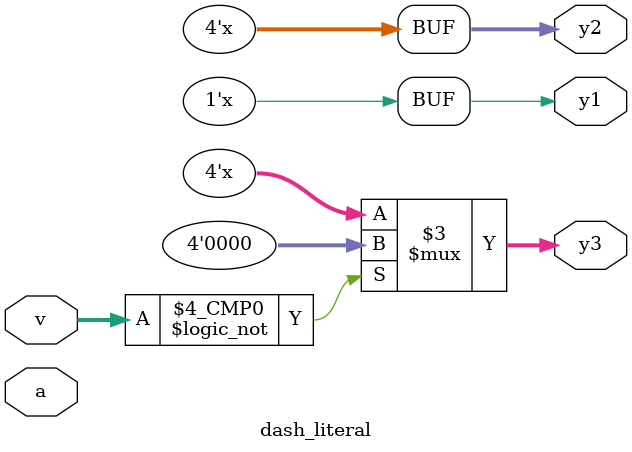
<source format=v>

module dash_literal(
input wire a,
input wire [3:0] v,
output wire y1,
output wire [3:0] y2,
output reg [3:0] y3
);





  assign y1 = 1'bx;
  assign y2 = {4{1'bx}};
  always @(a, v) begin
    case(v)
    4'b0000 : begin
      y3 <= 4'b0000;
    end
    default : begin
      y3 <= 4'bxxxx;
    end
    endcase
  end


endmodule

</source>
